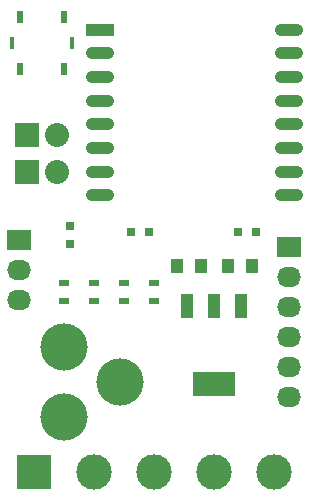
<source format=gts>
G04 #@! TF.FileFunction,Soldermask,Top*
%FSLAX46Y46*%
G04 Gerber Fmt 4.6, Leading zero omitted, Abs format (unit mm)*
G04 Created by KiCad (PCBNEW 0.201511091016+6303~30~ubuntu14.04.1-product) date Mon 09 Nov 2015 21:44:19 GMT*
%MOMM*%
G01*
G04 APERTURE LIST*
%ADD10C,0.100000*%
%ADD11R,1.000000X1.250000*%
%ADD12R,0.800000X0.750000*%
%ADD13R,0.750000X0.800000*%
%ADD14R,0.900000X0.500000*%
%ADD15R,0.600000X1.000000*%
%ADD16R,0.450000X1.000000*%
%ADD17R,3.657600X2.032000*%
%ADD18R,1.016000X2.032000*%
%ADD19R,3.000000X3.000000*%
%ADD20C,3.000000*%
%ADD21R,2.032000X1.727200*%
%ADD22O,2.032000X1.727200*%
%ADD23R,2.032000X2.032000*%
%ADD24O,2.032000X2.032000*%
%ADD25R,2.400000X1.100000*%
%ADD26O,2.400000X1.100000*%
%ADD27C,4.000000*%
G04 APERTURE END LIST*
D10*
D11*
X154321000Y-105727500D03*
X156321000Y-105727500D03*
X158639000Y-105727500D03*
X160639000Y-105727500D03*
D12*
X159460500Y-102806500D03*
X160960500Y-102806500D03*
X151943500Y-102806500D03*
X150443500Y-102806500D03*
D13*
X145237200Y-103874000D03*
X145237200Y-102374000D03*
D14*
X147320000Y-108700000D03*
X147320000Y-107200000D03*
X144780000Y-108700000D03*
X144780000Y-107200000D03*
X152400000Y-107200000D03*
X152400000Y-108700000D03*
X149860000Y-108700000D03*
X149860000Y-107200000D03*
D15*
X141025000Y-84668000D03*
X144725000Y-84668000D03*
X141025000Y-89068000D03*
X144725000Y-89068000D03*
D16*
X140350000Y-86868000D03*
X145400000Y-86868000D03*
D17*
X157480000Y-115697000D03*
D18*
X157480000Y-109093000D03*
X155194000Y-109093000D03*
X159766000Y-109093000D03*
D19*
X142240000Y-123190000D03*
D20*
X147320000Y-123190000D03*
X152400000Y-123190000D03*
X157480000Y-123190000D03*
X162560000Y-123190000D03*
D21*
X163830000Y-104140000D03*
D22*
X163830000Y-106680000D03*
X163830000Y-109220000D03*
X163830000Y-111760000D03*
X163830000Y-114300000D03*
X163830000Y-116840000D03*
D21*
X140970000Y-103505000D03*
D22*
X140970000Y-106045000D03*
X140970000Y-108585000D03*
D23*
X141605000Y-94615000D03*
D24*
X144145000Y-94615000D03*
D23*
X141605000Y-97790000D03*
D24*
X144145000Y-97790000D03*
D25*
X147828000Y-85725000D03*
D26*
X147828000Y-87725000D03*
X147828000Y-89725000D03*
X147828000Y-91725000D03*
X147828000Y-93725000D03*
X147828000Y-95725000D03*
X147828000Y-97725000D03*
X147828000Y-99725000D03*
X163828000Y-99725000D03*
X163828000Y-97725000D03*
X163828000Y-95725000D03*
X163828000Y-93725000D03*
X163828000Y-91725000D03*
X163828000Y-89725000D03*
X163828000Y-87725000D03*
X163828000Y-85725000D03*
D27*
X144780000Y-112544860D03*
X144780000Y-118544340D03*
X149479000Y-115544600D03*
M02*

</source>
